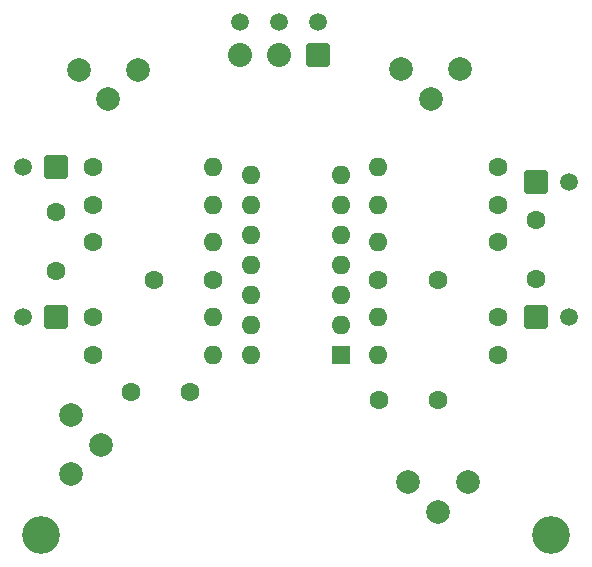
<source format=gts>
%TF.GenerationSoftware,KiCad,Pcbnew,(6.0.0-0)*%
%TF.CreationDate,2022-01-01T23:16:52+00:00*%
%TF.ProjectId,cgs348-vco-output-buffer,63677333-3438-42d7-9663-6f2d6f757470,rev?*%
%TF.SameCoordinates,Original*%
%TF.FileFunction,Soldermask,Top*%
%TF.FilePolarity,Negative*%
%FSLAX46Y46*%
G04 Gerber Fmt 4.6, Leading zero omitted, Abs format (unit mm)*
G04 Created by KiCad (PCBNEW (6.0.0-0)) date 2022-01-01 23:16:52*
%MOMM*%
%LPD*%
G01*
G04 APERTURE LIST*
G04 Aperture macros list*
%AMRoundRect*
0 Rectangle with rounded corners*
0 $1 Rounding radius*
0 $2 $3 $4 $5 $6 $7 $8 $9 X,Y pos of 4 corners*
0 Add a 4 corners polygon primitive as box body*
4,1,4,$2,$3,$4,$5,$6,$7,$8,$9,$2,$3,0*
0 Add four circle primitives for the rounded corners*
1,1,$1+$1,$2,$3*
1,1,$1+$1,$4,$5*
1,1,$1+$1,$6,$7*
1,1,$1+$1,$8,$9*
0 Add four rect primitives between the rounded corners*
20,1,$1+$1,$2,$3,$4,$5,0*
20,1,$1+$1,$4,$5,$6,$7,0*
20,1,$1+$1,$6,$7,$8,$9,0*
20,1,$1+$1,$8,$9,$2,$3,0*%
G04 Aperture macros list end*
%ADD10C,1.600000*%
%ADD11C,1.500000*%
%ADD12RoundRect,0.254000X0.762000X-0.762000X0.762000X0.762000X-0.762000X0.762000X-0.762000X-0.762000X0*%
%ADD13RoundRect,0.254000X-0.762000X0.762000X-0.762000X-0.762000X0.762000X-0.762000X0.762000X0.762000X0*%
%ADD14RoundRect,0.254000X0.762000X0.762000X-0.762000X0.762000X-0.762000X-0.762000X0.762000X-0.762000X0*%
%ADD15C,2.032000*%
%ADD16O,1.600000X1.600000*%
%ADD17C,2.000000*%
%ADD18R,1.600000X1.600000*%
%ADD19C,3.200000*%
G04 APERTURE END LIST*
D10*
%TO.C,C1*%
X126365000Y-137160000D03*
X121365000Y-137160000D03*
%TD*%
%TO.C,C2*%
X100330000Y-136525000D03*
X105330000Y-136525000D03*
%TD*%
D11*
%TO.C,J1*%
X137414000Y-130175000D03*
D12*
X134620000Y-130175000D03*
%TD*%
D11*
%TO.C,J2*%
X91186000Y-130175000D03*
D13*
X93980000Y-130175000D03*
%TD*%
D11*
%TO.C,J3*%
X137414000Y-118745000D03*
D12*
X134620000Y-118745000D03*
%TD*%
D11*
%TO.C,J4*%
X91186000Y-117475000D03*
D13*
X93980000Y-117475000D03*
%TD*%
D11*
%TO.C,J5*%
X109601000Y-105220000D03*
X116205000Y-105220000D03*
X112903000Y-105220000D03*
D14*
X116205000Y-107950000D03*
D15*
X112903000Y-107950000D03*
X109601000Y-107950000D03*
%TD*%
D10*
%TO.C,R1*%
X131445000Y-130175000D03*
D16*
X121285000Y-130175000D03*
%TD*%
D10*
%TO.C,R2*%
X97155000Y-130175000D03*
D16*
X107315000Y-130175000D03*
%TD*%
D10*
%TO.C,R3*%
X131445000Y-133350000D03*
D16*
X121285000Y-133350000D03*
%TD*%
D10*
%TO.C,R4*%
X97155000Y-133350000D03*
D16*
X107315000Y-133350000D03*
%TD*%
D10*
%TO.C,R5*%
X131445000Y-120650000D03*
D16*
X121285000Y-120650000D03*
%TD*%
D10*
%TO.C,R6*%
X97155000Y-120650000D03*
D16*
X107315000Y-120650000D03*
%TD*%
D10*
%TO.C,R7*%
X131445000Y-123825000D03*
D16*
X121285000Y-123825000D03*
%TD*%
D10*
%TO.C,R8*%
X97155000Y-123825000D03*
D16*
X107315000Y-123825000D03*
%TD*%
D17*
%TO.C,RV1*%
X128825000Y-144145000D03*
X126325000Y-146645000D03*
X123825000Y-144145000D03*
%TD*%
%TO.C,RV2*%
X95290000Y-138470000D03*
X97790000Y-140970000D03*
X95290000Y-143470000D03*
%TD*%
%TO.C,RV3*%
X128230000Y-109180000D03*
X125730000Y-111680000D03*
X123230000Y-109180000D03*
%TD*%
%TO.C,RV4*%
X100925000Y-109220000D03*
X98425000Y-111720000D03*
X95925000Y-109220000D03*
%TD*%
D18*
%TO.C,U1*%
X118110000Y-133350000D03*
D16*
X118110000Y-130810000D03*
X118110000Y-128270000D03*
X118110000Y-125730000D03*
X118110000Y-123190000D03*
X118110000Y-120650000D03*
X118110000Y-118110000D03*
X110490000Y-118110000D03*
X110490000Y-120650000D03*
X110490000Y-123190000D03*
X110490000Y-125730000D03*
X110490000Y-128270000D03*
X110490000Y-130810000D03*
X110490000Y-133350000D03*
%TD*%
D19*
%TO.C,H1*%
X92710000Y-148590000D03*
%TD*%
D10*
%TO.C,R9*%
X131445000Y-117475000D03*
D16*
X121285000Y-117475000D03*
%TD*%
D10*
%TO.C,R10*%
X97155000Y-117475000D03*
D16*
X107315000Y-117475000D03*
%TD*%
D10*
%TO.C,C5*%
X121285000Y-127000000D03*
X126285000Y-127000000D03*
%TD*%
%TO.C,C4*%
X93980000Y-126285000D03*
X93980000Y-121285000D03*
%TD*%
%TO.C,C6*%
X102315000Y-127000000D03*
X107315000Y-127000000D03*
%TD*%
D19*
%TO.C,H2*%
X135890000Y-148590000D03*
%TD*%
D10*
%TO.C,C3*%
X134620000Y-126920000D03*
X134620000Y-121920000D03*
%TD*%
M02*

</source>
